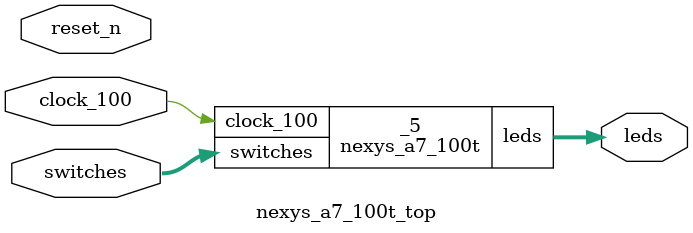
<source format=v>
module nexys_a7_100t (
    clock_100,
    switches,
    leds
);

    input clock_100;
    input [15:0] switches;
    output [15:0] leds;

    wire _18;
    wire [4:0] _17;
    wire _16;
    wire _14;
    wire [4:0] _12;
    wire _10;
    wire _8;
    wire _6;
    wire [4:0] _5;
    reg [4:0] _11;
    wire [4:0] _13;
    reg [4:0] _19;
    wire [14:0] _20;
    wire gnd;
    wire [15:0] _21;
    assign _18 = switches[2:2];
    assign _17 = 5'b00000;
    assign _16 = switches[1:1];
    assign _14 = switches[0:0];
    assign _12 = switches[12:8];
    assign _10 = switches[2:2];
    assign _8 = switches[1:1];
    assign _6 = switches[0:0];
    assign _5 = switches[7:3];
    always @(posedge clock_100 or posedge _6) begin
        if (_6)
            _11 <= _17;
        else
            if (_8)
                _11 <= _17;
            else
                if (_10)
                    _11 <= _5;
    end
    assign _13 = _11 & _12;
    always @(posedge clock_100 or posedge _14) begin
        if (_14)
            _19 <= _17;
        else
            if (_16)
                _19 <= _17;
            else
                if (_18)
                    _19 <= _13;
    end
    assign _20 = { _19,
                   _13,
                   _11 };
    assign gnd = 1'b0;
    assign _21 = { gnd,
                   _20 };
    assign leds = _21;

endmodule
module nexys_a7_100t_top
(
  input [15:0] switches,
  input clock_100,
  input reset_n,
  output [15:0] leds
);

  nexys_a7_100t _5
  (
    .switches(switches), 
    .clock_100(clock_100), 
    .leds(leds)
  );
endmodule

</source>
